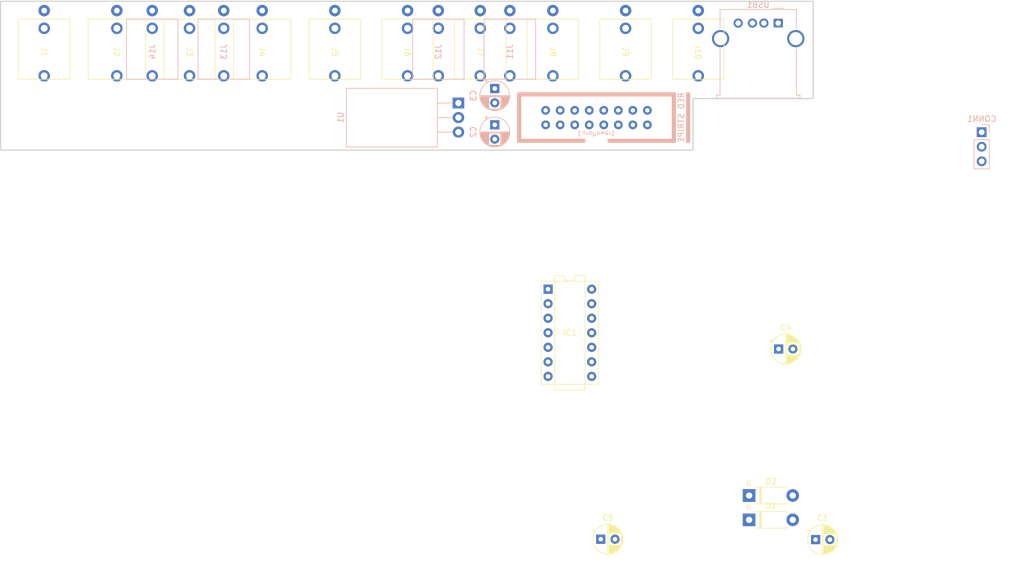
<source format=kicad_pcb>
(kicad_pcb (version 20211014) (generator pcbnew)
  (layers (0 "F.Cu" signal) (31 "B.Cu" signal) (34 "B.Paste" user) (35 "F.Paste" user) (36 "B.SilkS" user "B.Silkscreen") (37 "F.SilkS" user "F.Silkscreen") (38 "B.Mask" user) (39 "F.Mask" user) (44 "Edge.Cuts" user))
  (net 0 "")
  (net 1 "+12V")
  (net 2 "Earth")
  (net 3 "-12V")
  (net 4 "Net-(D1-Pad1)")
  (net 5 "Net-(D2-Pad2)")
  (net 6 "/+5V Reg")
  (net 7 "Net-(IC1-Pad1)")
  (net 8 "/Input 1")
  (net 9 "/Input 2")
  (net 10 "Net-(IC1-Pad6)")
  (net 11 "Net-(IC1-Pad8)")
  (net 12 "/Input 3")
  (net 13 "/Input 4")
  (net 14 "Net-(IC1-Pad13)")
  (net 15 "/+5V Bus")
  (net 16 "+5V")
  (net 29 "Net-(J11-Pad3)")
  (net 30 "Net-(J13-Pad3)")
  (footprint "Eurorack:Thonkiconn Mono Jack" (layer "F.Cu") (at 121.92 7.62 -90)
    (fp_text reference "J10" (at 1.2 0 -90 unlocked) (layer "F.SilkS"))
    (fp_text value "Input 4 Thru")
    (pad "1" thru_hole circle (at -6 0 270) (size 2 2) (drill 1) (layers *.Cu *.Mask) (net 2 "Earth"))
    (pad "2" thru_hole circle (at -2.9 0 270) (size 2 2) (drill 1.2) (layers *.Cu *.Mask))
    (pad "3" thru_hole circle (at 5.4 0 270) (size 2 2) (drill 1.2) (layers *.Cu *.Mask) (net 14 "Net-(IC1-Pad13)"))
  )
  (footprint "Diode_THT:D_DO-41_SOD81_P7.62mm_Horizontal" (layer "F.Cu") (at 130.81 86.36)
    (fp_text reference "D2" (at 3.81 -2.47) (layer "F.SilkS"))
    (fp_text value "DIODE")
    (fp_text user "K" (at 0 -2.1) (layer "F.SilkS"))
    (pad "1" thru_hole rect (at 0 0) (size 2.2 2.2) (drill 1.1) (layers *.Cu *.Mask) (net 3 "-12V"))
    (pad "2" thru_hole oval (at 7.62 0) (size 2.2 2.2) (drill 1.1) (layers *.Cu *.Mask) (net 5 "Net-(D2-Pad2)"))
  )
  (footprint "Diode_THT:D_DO-41_SOD81_P7.62mm_Horizontal" (layer "F.Cu") (at 130.81 90.61)
    (fp_text reference "D1" (at 3.81 -2.47) (layer "F.SilkS"))
    (fp_text value "DIODE")
    (fp_text user "K" (at 0 -2.1) (layer "F.SilkS"))
    (pad "1" thru_hole rect (at 0 0) (size 2.2 2.2) (drill 1.1) (layers *.Cu *.Mask) (net 4 "Net-(D1-Pad1)"))
    (pad "2" thru_hole oval (at 7.62 0) (size 2.2 2.2) (drill 1.1) (layers *.Cu *.Mask) (net 1 "+12V"))
  )
  (footprint "Eurorack:Thonkiconn Mono Jack" (layer "F.Cu") (at 33.02 7.62 -90)
    (fp_text reference "J3" (at 1.2 0 -90 unlocked) (layer "F.SilkS"))
    (fp_text value "Input 2 ")
    (pad "1" thru_hole circle (at -6 0 270) (size 2 2) (drill 1) (layers *.Cu *.Mask) (net 2 "Earth"))
    (pad "2" thru_hole circle (at -2.9 0 270) (size 2 2) (drill 1.2) (layers *.Cu *.Mask) (net 2 "Earth"))
    (pad "3" thru_hole circle (at 5.4 0 270) (size 2 2) (drill 1.2) (layers *.Cu *.Mask) (net 9 "/Input 2"))
  )
  (footprint "Eurorack:Thonkiconn Stereo Jack" (layer "F.Cu") (at 45.72 7.62 -90)
    (fp_text reference "J4" (at 1.2 0 -90 unlocked) (layer "F.SilkS"))
    (fp_text value "NTS Input 2")
    (pad "1" thru_hole circle (at -6 0 270) (size 2 2) (drill 1) (layers *.Cu *.Mask) (net 2 "Earth"))
    (pad "2" thru_hole circle (at -2.9 0 270) (size 2 2) (drill 1.2) (layers *.Cu *.Mask) (net 13 "/Input 4"))
    (pad "3" thru_hole circle (at 5.4 0 270) (size 2 2) (drill 1.2) (layers *.Cu *.Mask) (net 12 "/Input 3"))
  )
  (footprint "Eurorack:Thonkiconn Mono Jack" (layer "F.Cu") (at 58.42 7.62 -90)
    (fp_text reference "J5" (at 1.2 0 -90 unlocked) (layer "F.SilkS"))
    (fp_text value "Input 3 ")
    (pad "1" thru_hole circle (at -6 0 270) (size 2 2) (drill 1) (layers *.Cu *.Mask) (net 2 "Earth"))
    (pad "2" thru_hole circle (at -2.9 0 270) (size 2 2) (drill 1.2) (layers *.Cu *.Mask) (net 2 "Earth"))
    (pad "3" thru_hole circle (at 5.4 0 270) (size 2 2) (drill 1.2) (layers *.Cu *.Mask) (net 12 "/Input 3"))
  )
  (footprint "Capacitor_THT:CP_Radial_D5.0mm_P2.50mm" (layer "F.Cu") (at 142.419775 94.06)
    (fp_text reference "C1" (at 1.25 -3.75) (layer "F.SilkS"))
    (fp_text value "1u")
    (pad "1" thru_hole rect (at 0 0) (size 1.6 1.6) (drill 0.8) (layers *.Cu *.Mask) (net 6 "/+5V Reg"))
    (pad "2" thru_hole circle (at 2.5 0) (size 1.6 1.6) (drill 0.8) (layers *.Cu *.Mask) (net 2 "Earth"))
  )
  (footprint "Eurorack:Thonkiconn Mono Jack" (layer "F.Cu") (at 71.12 7.62 -90)
    (fp_text reference "J6" (at 1.2 0 -90 unlocked) (layer "F.SilkS"))
    (fp_text value "Input 4 ")
    (pad "1" thru_hole circle (at -6 0 270) (size 2 2) (drill 1) (layers *.Cu *.Mask) (net 2 "Earth"))
    (pad "2" thru_hole circle (at -2.9 0 270) (size 2 2) (drill 1.2) (layers *.Cu *.Mask) (net 2 "Earth"))
    (pad "3" thru_hole circle (at 5.4 0 270) (size 2 2) (drill 1.2) (layers *.Cu *.Mask) (net 13 "/Input 4"))
  )
  (footprint "Eurorack:Thonkiconn Stereo Jack" (layer "F.Cu") (at 20.32 7.62 -90)
    (fp_text reference "J2" (at 1.2 0 -90 unlocked) (layer "F.SilkS"))
    (fp_text value "NTS Input 1")
    (pad "1" thru_hole circle (at -6 0 270) (size 2 2) (drill 1) (layers *.Cu *.Mask) (net 2 "Earth"))
    (pad "2" thru_hole circle (at -2.9 0 270) (size 2 2) (drill 1.2) (layers *.Cu *.Mask) (net 9 "/Input 2"))
    (pad "3" thru_hole circle (at 5.4 0 270) (size 2 2) (drill 1.2) (layers *.Cu *.Mask) (net 8 "/Input 1"))
  )
  (footprint "Eurorack:Thonkiconn Mono Jack" (layer "F.Cu") (at 109.22 7.62 -90)
    (fp_text reference "J9" (at 1.2 0 -90 unlocked) (layer "F.SilkS"))
    (fp_text value "Input 3 Thru")
    (pad "1" thru_hole circle (at -6 0 270) (size 2 2) (drill 1) (layers *.Cu *.Mask) (net 2 "Earth"))
    (pad "2" thru_hole circle (at -2.9 0 270) (size 2 2) (drill 1.2) (layers *.Cu *.Mask))
    (pad "3" thru_hole circle (at 5.4 0 270) (size 2 2) (drill 1.2) (layers *.Cu *.Mask) (net 11 "Net-(IC1-Pad8)"))
  )
  (footprint "Capacitor_THT:CP_Radial_D5.0mm_P2.50mm" (layer "F.Cu") (at 135.96 60.76)
    (fp_text reference "C4" (at 1.25 -3.75) (layer "F.SilkS"))
    (fp_text value "100n")
    (pad "1" thru_hole rect (at 0 0) (size 1.6 1.6) (drill 0.8) (layers *.Cu *.Mask) (net 1 "+12V"))
    (pad "2" thru_hole circle (at 2.5 0) (size 1.6 1.6) (drill 0.8) (layers *.Cu *.Mask) (net 2 "Earth"))
  )
  (footprint "Eurorack:Thonkiconn Mono Jack" (layer "F.Cu") (at 83.82 7.62 -90)
    (fp_text reference "J7" (at 1.2 0 -90 unlocked) (layer "F.SilkS"))
    (fp_text value "Input 1 Thru")
    (pad "1" thru_hole circle (at -6 0 270) (size 2 2) (drill 1) (layers *.Cu *.Mask) (net 2 "Earth"))
    (pad "2" thru_hole circle (at -2.9 0 270) (size 2 2) (drill 1.2) (layers *.Cu *.Mask))
    (pad "3" thru_hole circle (at 5.4 0 270) (size 2 2) (drill 1.2) (layers *.Cu *.Mask) (net 7 "Net-(IC1-Pad1)"))
  )
  (footprint "Capacitor_THT:CP_Radial_D5.0mm_P2.50mm" (layer "F.Cu") (at 104.88 94)
    (fp_text reference "C5" (at 1.25 -3.75) (layer "F.SilkS"))
    (fp_text value "100n")
    (pad "1" thru_hole rect (at 0 0) (size 1.6 1.6) (drill 0.8) (layers *.Cu *.Mask) (net 2 "Earth"))
    (pad "2" thru_hole circle (at 2.5 0) (size 1.6 1.6) (drill 0.8) (layers *.Cu *.Mask) (net 3 "-12V"))
  )
  (footprint "Eurorack:Thonkiconn Mono Jack" (layer "F.Cu") (at 7.62 7.62 -90)
    (fp_text reference "J1" (at 1.2 0 -90 unlocked) (layer "F.SilkS"))
    (fp_text value "Input 1")
    (pad "1" thru_hole circle (at -6 0 270) (size 2 2) (drill 1) (layers *.Cu *.Mask) (net 2 "Earth"))
    (pad "2" thru_hole circle (at -2.9 0 270) (size 2 2) (drill 1.2) (layers *.Cu *.Mask) (net 2 "Earth"))
    (pad "3" thru_hole circle (at 5.4 0 270) (size 2 2) (drill 1.2) (layers *.Cu *.Mask) (net 8 "/Input 1"))
  )
  (footprint "Eurorack:Thonkiconn Mono Jack" (layer "F.Cu") (at 96.52 7.62 -90)
    (fp_text reference "J8" (at 1.2 0 -90 unlocked) (layer "F.SilkS"))
    (fp_text value "Input 2 Thru")
    (pad "1" thru_hole circle (at -6 0 270) (size 2 2) (drill 1) (layers *.Cu *.Mask) (net 2 "Earth"))
    (pad "2" thru_hole circle (at -2.9 0 270) (size 2 2) (drill 1.2) (layers *.Cu *.Mask))
    (pad "3" thru_hole circle (at 5.4 0 270) (size 2 2) (drill 1.2) (layers *.Cu *.Mask) (net 10 "Net-(IC1-Pad6)"))
  )
  (footprint "Eurorack:DIP-14 IC Socket" (layer "F.Cu") (at 99.475225 57.905)
    (fp_text reference "IC1" (at 0 0) (layer "F.SilkS"))
    (fp_text value "TL074")
    (pad "1" thru_hole rect (at -3.8 -7.6) (size 1.6 1.6) (drill 0.8) (layers *.Cu *.Mask) (net 7 "Net-(IC1-Pad1)"))
    (pad "2" thru_hole oval (at -3.8 -5.06) (size 1.6 1.6) (drill 0.8) (layers *.Cu *.Mask) (net 7 "Net-(IC1-Pad1)"))
    (pad "3" thru_hole oval (at -3.8 -2.52) (size 1.6 1.6) (drill 0.8) (layers *.Cu *.Mask) (net 8 "/Input 1"))
    (pad "4" thru_hole oval (at -3.8 0.02) (size 1.6 1.6) (drill 0.8) (layers *.Cu *.Mask) (net 1 "+12V"))
    (pad "5" thru_hole oval (at -3.8 2.56) (size 1.6 1.6) (drill 0.8) (layers *.Cu *.Mask) (net 9 "/Input 2"))
    (pad "6" thru_hole oval (at -3.8 5.1) (size 1.6 1.6) (drill 0.8) (layers *.Cu *.Mask) (net 10 "Net-(IC1-Pad6)"))
    (pad "7" thru_hole oval (at -3.8 7.64) (size 1.6 1.6) (drill 0.8) (layers *.Cu *.Mask) (net 10 "Net-(IC1-Pad6)"))
    (pad "8" thru_hole oval (at 3.82 7.64) (size 1.6 1.6) (drill 0.8) (layers *.Cu *.Mask) (net 11 "Net-(IC1-Pad8)"))
    (pad "9" thru_hole oval (at 3.82 5.1) (size 1.6 1.6) (drill 0.8) (layers *.Cu *.Mask) (net 11 "Net-(IC1-Pad8)"))
    (pad "10" thru_hole oval (at 3.82 2.56) (size 1.6 1.6) (drill 0.8) (layers *.Cu *.Mask) (net 12 "/Input 3"))
    (pad "11" thru_hole oval (at 3.82 0.02) (size 1.6 1.6) (drill 0.8) (layers *.Cu *.Mask) (net 3 "-12V"))
    (pad "12" thru_hole oval (at 3.82 -2.52) (size 1.6 1.6) (drill 0.8) (layers *.Cu *.Mask) (net 13 "/Input 4"))
    (pad "13" thru_hole oval (at 3.82 -5.06) (size 1.6 1.6) (drill 0.8) (layers *.Cu *.Mask) (net 14 "Net-(IC1-Pad13)"))
    (pad "14" thru_hole oval (at 3.82 -7.6) (size 1.6 1.6) (drill 0.8) (layers *.Cu *.Mask) (net 14 "Net-(IC1-Pad13)"))
  )
  (footprint "Eurorack:Eurorack Power Header 16 Pin" (layer "B.Cu") (at 104.14 20.32)
    (fp_text reference "EuroPower1" (at 0 2.8 180 unlocked) (layer "B.SilkS") (effects (font (size 0.75 0.75) (thickness 0.1)) (justify mirror)))
    (fp_text value "Conn_02x08_Odd_Even")
    (fp_text user "RED STRIPE" (at 14.81 0 90 unlocked) (layer "B.SilkS") (effects (justify mirror)))
    (pad "1" thru_hole circle (at 8.89 1.27) (size 1.524 1.524) (drill 0.762) (layers *.Cu *.Mask) (net 5 "Net-(D2-Pad2)"))
    (pad "2" thru_hole circle (at 8.89 -1.27) (size 1.524 1.524) (drill 0.762) (layers *.Cu *.Mask) (net 5 "Net-(D2-Pad2)"))
    (pad "3" thru_hole circle (at 6.35 1.27) (size 1.524 1.524) (drill 0.762) (layers *.Cu *.Mask) (net 2 "Earth"))
    (pad "4" thru_hole circle (at 6.35 -1.27) (size 1.524 1.524) (drill 0.762) (layers *.Cu *.Mask) (net 2 "Earth"))
    (pad "5" thru_hole circle (at 3.81 1.27) (size 1.524 1.524) (drill 0.762) (layers *.Cu *.Mask) (net 2 "Earth"))
    (pad "6" thru_hole circle (at 3.81 -1.27) (size 1.524 1.524) (drill 0.762) (layers *.Cu *.Mask) (net 2 "Earth"))
    (pad "7" thru_hole circle (at 1.27 1.27) (size 1.524 1.524) (drill 0.762) (layers *.Cu *.Mask) (net 2 "Earth"))
    (pad "8" thru_hole circle (at 1.27 -1.27) (size 1.524 1.524) (drill 0.762) (layers *.Cu *.Mask) (net 2 "Earth"))
    (pad "9" thru_hole circle (at -1.27 1.27) (size 1.524 1.524) (drill 0.762) (layers *.Cu *.Mask) (net 4 "Net-(D1-Pad1)"))
    (pad "10" thru_hole circle (at -1.27 -1.27) (size 1.524 1.524) (drill 0.762) (layers *.Cu *.Mask) (net 4 "Net-(D1-Pad1)"))
    (pad "11" thru_hole circle (at -3.81 1.27) (size 1.524 1.524) (drill 0.762) (layers *.Cu *.Mask) (net 15 "/+5V Bus"))
    (pad "12" thru_hole circle (at -3.81 -1.27) (size 1.524 1.524) (drill 0.762) (layers *.Cu *.Mask) (net 15 "/+5V Bus"))
    (pad "13" thru_hole circle (at -6.35 1.27) (size 1.524 1.524) (drill 0.762) (layers *.Cu *.Mask))
    (pad "14" thru_hole circle (at -6.35 -1.27) (size 1.524 1.524) (drill 0.762) (layers *.Cu *.Mask))
    (pad "15" thru_hole circle (at -8.89 1.27) (size 1.524 1.524) (drill 0.762) (layers *.Cu *.Mask))
    (pad "16" thru_hole circle (at -8.89 -1.27) (size 1.524 1.524) (drill 0.762) (layers *.Cu *.Mask))
  )
  (footprint "Connector_PinHeader_2.54mm:PinHeader_1x03_P2.54mm_Vertical" (layer "B.Cu") (at 171.45 22.875 180)
    (fp_text reference "CONN1" (at 0 2.33) (layer "B.SilkS") (effects (justify mirror)))
    (fp_text value "5V Source Selector")
    (pad "1" thru_hole rect (at 0 0 180) (size 1.7 1.7) (drill 1) (layers *.Cu *.Mask) (net 15 "/+5V Bus"))
    (pad "2" thru_hole oval (at 0 -2.54 180) (size 1.7 1.7) (drill 1) (layers *.Cu *.Mask) (net 16 "+5V"))
    (pad "3" thru_hole oval (at 0 -5.08 180) (size 1.7 1.7) (drill 1) (layers *.Cu *.Mask) (net 6 "/+5V Reg"))
  )
  (footprint "Capacitor_THT:CP_Radial_D5.0mm_P2.50mm" (layer "B.Cu") (at 86.36 15.24 -90)
    (fp_text reference "C3" (at 1.25 3.75 90) (layer "B.SilkS") (effects (justify mirror)))
    (fp_text value "10u")
    (pad "1" thru_hole rect (at 0 0 270) (size 1.6 1.6) (drill 0.8) (layers *.Cu *.Mask) (net 2 "Earth"))
    (pad "2" thru_hole circle (at 2.5 0 270) (size 1.6 1.6) (drill 0.8) (layers *.Cu *.Mask) (net 3 "-12V"))
  )
  (footprint "Eurorack:Thonkiconn Mono Jack" (layer "B.Cu") (at 39 7.62 -90)
    (fp_text reference "J13" (at 1.2 0 90 unlocked) (layer "B.SilkS") (effects (justify mirror)))
    (fp_text value "Output 2")
    (pad "1" thru_hole circle (at -6 0 270) (size 2 2) (drill 1) (layers *.Cu *.Mask) (net 2 "Earth"))
    (pad "2" thru_hole circle (at -2.9 0 270) (size 2 2) (drill 1.2) (layers *.Cu *.Mask))
    (pad "3" thru_hole circle (at 5.4 0 270) (size 2 2) (drill 1.2) (layers *.Cu *.Mask) (net 30 "Net-(J13-Pad3)"))
  )
  (footprint "Eurorack:Thonkiconn Mono Jack" (layer "B.Cu") (at 89 7.62 -90)
    (fp_text reference "J11" (at 1.2 0 90 unlocked) (layer "B.SilkS") (effects (justify mirror)))
    (fp_text value "Output 1")
    (pad "1" thru_hole circle (at -6 0 270) (size 2 2) (drill 1) (layers *.Cu *.Mask) (net 2 "Earth"))
    (pad "2" thru_hole circle (at -2.9 0 270) (size 2 2) (drill 1.2) (layers *.Cu *.Mask))
    (pad "3" thru_hole circle (at 5.4 0 270) (size 2 2) (drill 1.2) (layers *.Cu *.Mask) (net 29 "Net-(J11-Pad3)"))
  )
  (footprint "Package_TO_SOT_THT:TO-220-3_Horizontal_TabDown" (layer "B.Cu") (at 80.01 17.78 -90)
    (fp_text reference "U1" (at 2.54 20.58 90) (layer "B.SilkS") (effects (justify mirror)))
    (fp_text value "L7805")
    (pad "" np_thru_hole oval (at 2.54 16.66 270) (size 3.5 3.5) (drill 3.5) (layers *.Cu *.Mask))
    (pad "1" thru_hole rect (at 0 0 270) (size 1.905 2) (drill 1.1) (layers *.Cu *.Mask) (net 1 "+12V"))
    (pad "2" thru_hole oval (at 2.54 0 270) (size 1.905 2) (drill 1.1) (layers *.Cu *.Mask) (net 2 "Earth"))
    (pad "3" thru_hole oval (at 5.08 0 270) (size 1.905 2) (drill 1.1) (layers *.Cu *.Mask) (net 6 "/+5V Reg"))
  )
  (footprint "Eurorack:Thonkiconn Mono Jack" (layer "B.Cu") (at 76.5 7.62 -90)
    (fp_text reference "J12" (at 1.2 0 90 unlocked) (layer "B.SilkS") (effects (justify mirror)))
    (fp_text value "NTS Output 1")
    (pad "1" thru_hole circle (at -6 0 270) (size 2 2) (drill 1) (layers *.Cu *.Mask) (net 2 "Earth"))
    (pad "2" thru_hole circle (at -2.9 0 270) (size 2 2) (drill 1.2) (layers *.Cu *.Mask))
    (pad "3" thru_hole circle (at 5.4 0 270) (size 2 2) (drill 1.2) (layers *.Cu *.Mask) (net 29 "Net-(J11-Pad3)"))
  )
  (footprint "Capacitor_THT:CP_Radial_D5.0mm_P2.50mm" (layer "B.Cu") (at 86.36 21.59 -90)
    (fp_text reference "C2" (at 1.25 3.75 90) (layer "B.SilkS") (effects (justify mirror)))
    (fp_text value "10u")
    (pad "1" thru_hole rect (at 0 0 270) (size 1.6 1.6) (drill 0.8) (layers *.Cu *.Mask) (net 1 "+12V"))
    (pad "2" thru_hole circle (at 2.5 0 270) (size 1.6 1.6) (drill 0.8) (layers *.Cu *.Mask) (net 2 "Earth"))
  )
  (footprint "Connector_USB:USB_A_Molex_67643_Horizontal" (layer "B.Cu") (at 135.89 3.81 180)
    (fp_text reference "USB1" (at 3.5 3.19) (layer "B.SilkS") (effects (justify mirror)))
    (fp_text value "USB_A")
    (pad "1" thru_hole rect (at 0 0 180) (size 1.6 1.5) (drill 0.95) (layers *.Cu *.Mask) (net 16 "+5V"))
    (pad "2" thru_hole circle (at 2.5 0 180) (size 1.6 1.6) (drill 0.95) (layers *.Cu *.Mask))
    (pad "3" thru_hole circle (at 4.5 0 180) (size 1.6 1.6) (drill 0.95) (layers *.Cu *.Mask))
    (pad "4" thru_hole circle (at 7 0 180) (size 1.6 1.6) (drill 0.95) (layers *.Cu *.Mask) (net 2 "Earth"))
    (pad "5" thru_hole circle (at -3.07 -2.71 180) (size 3 3) (drill 2.3) (layers *.Cu *.Mask))
    (pad "5" thru_hole circle (at 10.07 -2.71 180) (size 3 3) (drill 2.3) (layers *.Cu *.Mask))
  )
  (footprint "Eurorack:Thonkiconn Mono Jack" (layer "B.Cu") (at 26.5 7.62 -90)
    (fp_text reference "J14" (at 1.2 0 90 unlocked) (layer "B.SilkS") (effects (justify mirror)))
    (fp_text value "NTS Output 2")
    (pad "1" thru_hole circle (at -6 0 270) (size 2 2) (drill 1) (layers *.Cu *.Mask) (net 2 "Earth"))
    (pad "2" thru_hole circle (at -2.9 0 270) (size 2 2) (drill 1.2) (layers *.Cu *.Mask))
    (pad "3" thru_hole circle (at 5.4 0 270) (size 2 2) (drill 1.2) (layers *.Cu *.Mask) (net 30 "Net-(J13-Pad3)"))
  )
  (gr_poly (pts (xy 142 17) (xy 121 17) (xy 121 26) (xy 0 26) (xy 0 0) (xy 142 0)) (layer "Edge.Cuts") (width 0.2) (fill none))
)
</source>
